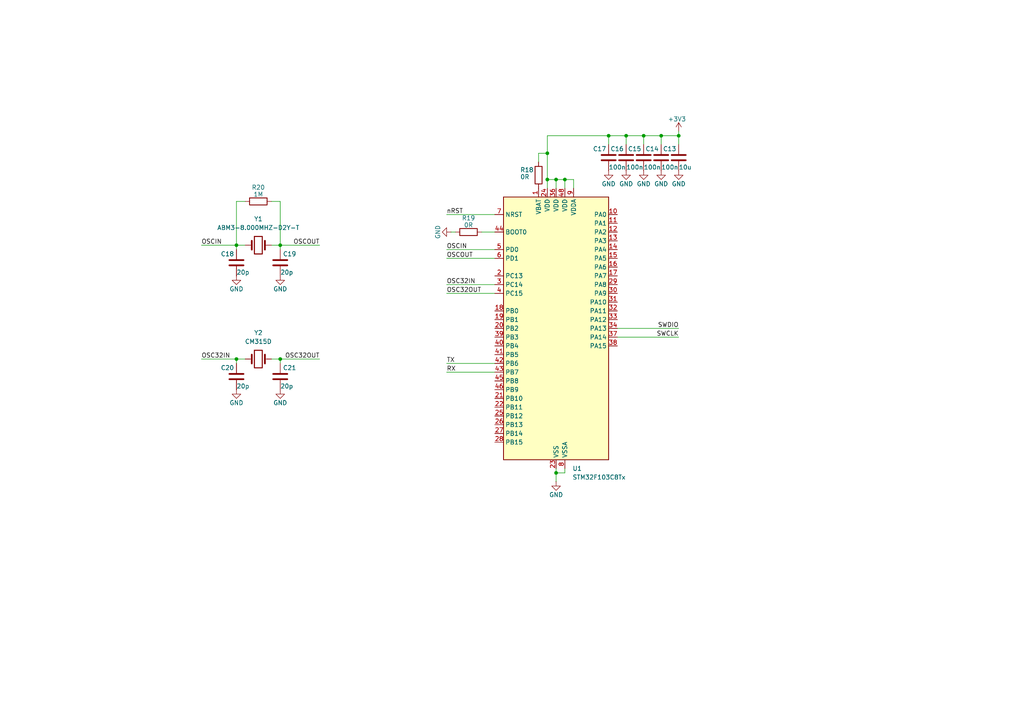
<source format=kicad_sch>
(kicad_sch (version 20231120) (generator "eeschema") (generator_version "8.0")
  (paper "A4")
  (lib_symbols
    (symbol "Device:C" (pin_numbers hide) (pin_names (offset 0.254))
      (property "Reference" "C" (at 0.635 2.54 0))
      (property "Value" "C" (at 0.635 -2.54 0))
      (symbol "C_0_1"
        (polyline (pts (xy -2.032 -0.762) (xy 2.032 -0.762)) (stroke (width 0.508)))
        (polyline (pts (xy -2.032 0.762) (xy 2.032 0.762)) (stroke (width 0.508)))
      )
      (symbol "C_1_1"
        (pin passive line (at 0 3.81 270) (length 2.794) (name "~") (number "1"))
        (pin passive line (at 0 -3.81 90) (length 2.794) (name "~") (number "2"))
      )
    )
    (symbol "Device:Crystal" (pin_numbers hide) (pin_names (offset 1.016) hide)
      (property "Reference" "Y" (at 0 3.81 0))
      (property "Value" "Crystal" (at 0 -3.81 0))
      (symbol "Crystal_0_1"
        (rectangle (start -1.143 2.54) (end 1.143 -2.54) (stroke (width 0.3048)))
        (polyline (pts (xy -2.54 0) (xy -1.905 0)))
        (polyline (pts (xy -1.905 -1.27) (xy -1.905 1.27)) (stroke (width 0.508)))
        (polyline (pts (xy 1.905 -1.27) (xy 1.905 1.27)) (stroke (width 0.508)))
        (polyline (pts (xy 2.54 0) (xy 1.905 0)))
      )
      (symbol "Crystal_1_1"
        (pin passive line (at -3.81 0 0) (length 1.27) (name "1") (number "1"))
        (pin passive line (at 3.81 0 180) (length 1.27) (name "2") (number "2"))
      )
    )
    (symbol "Device:R" (pin_numbers hide) (pin_names (offset 0))
      (property "Reference" "R" (at 2.032 0 90))
      (property "Value" "R" (at 0 0 90))
      (symbol "R_0_1"
        (rectangle (start -1.016 -2.54) (end 1.016 2.54) (stroke (width 0.254)))
      )
      (symbol "R_1_1"
        (pin passive line (at 0 3.81 270) (length 1.27) (name "~") (number "1"))
        (pin passive line (at 0 -3.81 90) (length 1.27) (name "~") (number "2"))
      )
    )
    (symbol "MCU_ST_STM32F1:STM32F103C8Tx"
      (property "Reference" "U" (at -15.24 39.37 0))
      (property "Value" "STM32F103C8Tx" (at 7.62 39.37 0))
      (symbol "STM32F103C8Tx_0_1"
        (rectangle (start -15.24 -38.1) (end 15.24 38.1) (stroke (width 0.254)) (fill (type background)))
      )
      (symbol "STM32F103C8Tx_1_1"
        (pin power_in line (at -5.08 40.64 270) (length 2.54) (name "VBAT") (number "1"))
        (pin bidirectional line (at 17.78 33.02 180) (length 2.54) (name "PA0") (number "10"))
        (pin bidirectional line (at 17.78 30.48 180) (length 2.54) (name "PA1") (number "11"))
        (pin bidirectional line (at 17.78 27.94 180) (length 2.54) (name "PA2") (number "12"))
        (pin bidirectional line (at 17.78 25.4 180) (length 2.54) (name "PA3") (number "13"))
        (pin bidirectional line (at 17.78 22.86 180) (length 2.54) (name "PA4") (number "14"))
        (pin bidirectional line (at 17.78 20.32 180) (length 2.54) (name "PA5") (number "15"))
        (pin bidirectional line (at 17.78 17.78 180) (length 2.54) (name "PA6") (number "16"))
        (pin bidirectional line (at 17.78 15.24 180) (length 2.54) (name "PA7") (number "17"))
        (pin bidirectional line (at -17.78 5.08 0) (length 2.54) (name "PB0") (number "18"))
        (pin bidirectional line (at -17.78 2.54 0) (length 2.54) (name "PB1") (number "19"))
        (pin bidirectional line (at -17.78 15.24 0) (length 2.54) (name "PC13") (number "2"))
        (pin bidirectional line (at -17.78 0 0) (length 2.54) (name "PB2") (number "20"))
        (pin bidirectional line (at -17.78 -20.32 0) (length 2.54) (name "PB10") (number "21"))
        (pin bidirectional line (at -17.78 -22.86 0) (length 2.54) (name "PB11") (number "22"))
        (pin power_in line (at 0 -40.64 90) (length 2.54) (name "VSS") (number "23"))
        (pin power_in line (at -2.54 40.64 270) (length 2.54) (name "VDD") (number "24"))
        (pin bidirectional line (at -17.78 -25.4 0) (length 2.54) (name "PB12") (number "25"))
        (pin bidirectional line (at -17.78 -27.94 0) (length 2.54) (name "PB13") (number "26"))
        (pin bidirectional line (at -17.78 -30.48 0) (length 2.54) (name "PB14") (number "27"))
        (pin bidirectional line (at -17.78 -33.02 0) (length 2.54) (name "PB15") (number "28"))
        (pin bidirectional line (at 17.78 12.7 180) (length 2.54) (name "PA8") (number "29"))
        (pin bidirectional line (at -17.78 12.7 0) (length 2.54) (name "PC14") (number "3"))
        (pin bidirectional line (at 17.78 10.16 180) (length 2.54) (name "PA9") (number "30"))
        (pin bidirectional line (at 17.78 7.62 180) (length 2.54) (name "PA10") (number "31"))
        (pin bidirectional line (at 17.78 5.08 180) (length 2.54) (name "PA11") (number "32"))
        (pin bidirectional line (at 17.78 2.54 180) (length 2.54) (name "PA12") (number "33"))
        (pin bidirectional line (at 17.78 0 180) (length 2.54) (name "PA13") (number "34"))
        (pin passive line (at 0 -40.64 90) (length 2.54) hide (name "VSS") (number "35"))
        (pin power_in line (at 0 40.64 270) (length 2.54) (name "VDD") (number "36"))
        (pin bidirectional line (at 17.78 -2.54 180) (length 2.54) (name "PA14") (number "37"))
        (pin bidirectional line (at 17.78 -5.08 180) (length 2.54) (name "PA15") (number "38"))
        (pin bidirectional line (at -17.78 -2.54 0) (length 2.54) (name "PB3") (number "39"))
        (pin bidirectional line (at -17.78 10.16 0) (length 2.54) (name "PC15") (number "4"))
        (pin bidirectional line (at -17.78 -5.08 0) (length 2.54) (name "PB4") (number "40"))
        (pin bidirectional line (at -17.78 -7.62 0) (length 2.54) (name "PB5") (number "41"))
        (pin bidirectional line (at -17.78 -10.16 0) (length 2.54) (name "PB6") (number "42"))
        (pin bidirectional line (at -17.78 -12.7 0) (length 2.54) (name "PB7") (number "43"))
        (pin input line (at -17.78 27.94 0) (length 2.54) (name "BOOT0") (number "44"))
        (pin bidirectional line (at -17.78 -15.24 0) (length 2.54) (name "PB8") (number "45"))
        (pin bidirectional line (at -17.78 -17.78 0) (length 2.54) (name "PB9") (number "46"))
        (pin passive line (at 0 -40.64 90) (length 2.54) hide (name "VSS") (number "47"))
        (pin power_in line (at 2.54 40.64 270) (length 2.54) (name "VDD") (number "48"))
        (pin bidirectional line (at -17.78 22.86 0) (length 2.54) (name "PD0") (number "5"))
        (pin bidirectional line (at -17.78 20.32 0) (length 2.54) (name "PD1") (number "6"))
        (pin input line (at -17.78 33.02 0) (length 2.54) (name "NRST") (number "7"))
        (pin power_in line (at 2.54 -40.64 90) (length 2.54) (name "VSSA") (number "8"))
        (pin power_in line (at 5.08 40.64 270) (length 2.54) (name "VDDA") (number "9"))
      )
    )
    (symbol "power:+3V3" (power) (pin_numbers hide) (pin_names (offset 0) hide)
      (property "Value" "+3V3" (at 0 3.556 0))
      (symbol "+3V3_0_1"
        (polyline (pts (xy -0.762 1.27) (xy 0 2.54)))
        (polyline (pts (xy 0 0) (xy 0 2.54)))
        (polyline (pts (xy 0 2.54) (xy 0.762 1.27)))
      )
      (symbol "+3V3_1_1"
        (pin power_in line (at 0 0 90) (length 0) (name "~") (number "1"))
      )
    )
    (symbol "power:GND" (power) (pin_numbers hide) (pin_names (offset 0) hide)
      (property "Value" "GND" (at 0 -3.81 0))
      (symbol "GND_0_1"
        (polyline (pts (xy 0 0) (xy 0 -1.27) (xy 1.27 -1.27) (xy 0 -2.54) (xy -1.27 -1.27) (xy 0 -1.27)))
      )
      (symbol "GND_1_1"
        (pin power_in line (at 0 0 270) (length 0) (name "~") (number "1"))
      )
    )
  )
  (junction (at 158.75 44.45))
  (junction (at 68.58 104.14))
  (junction (at 68.58 71.12))
  (junction (at 81.28 104.14))
  (junction (at 196.85 39.37))
  (junction (at 181.61 39.37))
  (junction (at 163.83 52.07))
  (junction (at 158.75 52.07))
  (junction (at 176.53 39.37))
  (junction (at 186.69 39.37))
  (junction (at 161.29 137.16))
  (junction (at 161.29 52.07))
  (junction (at 81.28 71.12))
  (junction (at 191.77 39.37))
  (wire (pts (xy 196.85 39.37) (xy 196.85 38.1)))
  (wire (pts (xy 68.58 58.42) (xy 68.58 71.12)))
  (wire (pts (xy 81.28 58.42) (xy 81.28 71.12)))
  (wire (pts (xy 186.69 39.37) (xy 186.69 41.91)))
  (wire (pts (xy 186.69 39.37) (xy 191.77 39.37)))
  (wire (pts (xy 179.07 97.79) (xy 196.85 97.79)))
  (wire (pts (xy 163.83 135.89) (xy 163.83 137.16)))
  (wire (pts (xy 161.29 137.16) (xy 161.29 135.89)))
  (wire (pts (xy 161.29 52.07) (xy 158.75 52.07)))
  (wire (pts (xy 181.61 39.37) (xy 186.69 39.37)))
  (wire (pts (xy 129.54 74.93) (xy 143.51 74.93)))
  (wire (pts (xy 161.29 137.16) (xy 161.29 139.7)))
  (wire (pts (xy 196.85 39.37) (xy 196.85 41.91)))
  (wire (pts (xy 81.28 71.12) (xy 92.71 71.12)))
  (wire (pts (xy 129.54 82.55) (xy 143.51 82.55)))
  (wire (pts (xy 143.51 105.41) (xy 129.54 105.41)))
  (wire (pts (xy 129.54 62.23) (xy 143.51 62.23)))
  (wire (pts (xy 81.28 104.14) (xy 81.28 105.41)))
  (wire (pts (xy 163.83 52.07) (xy 161.29 52.07)))
  (wire (pts (xy 129.54 72.39) (xy 143.51 72.39)))
  (wire (pts (xy 181.61 39.37) (xy 181.61 41.91)))
  (wire (pts (xy 68.58 104.14) (xy 68.58 105.41)))
  (wire (pts (xy 68.58 71.12) (xy 68.58 72.39)))
  (wire (pts (xy 179.07 95.25) (xy 196.85 95.25)))
  (wire (pts (xy 191.77 39.37) (xy 191.77 41.91)))
  (wire (pts (xy 81.28 71.12) (xy 81.28 72.39)))
  (wire (pts (xy 68.58 104.14) (xy 71.12 104.14)))
  (wire (pts (xy 158.75 44.45) (xy 158.75 39.37)))
  (wire (pts (xy 158.75 39.37) (xy 176.53 39.37)))
  (wire (pts (xy 68.58 71.12) (xy 71.12 71.12)))
  (wire (pts (xy 176.53 39.37) (xy 181.61 39.37)))
  (wire (pts (xy 191.77 39.37) (xy 196.85 39.37)))
  (wire (pts (xy 58.42 104.14) (xy 68.58 104.14)))
  (wire (pts (xy 78.74 58.42) (xy 81.28 58.42)))
  (wire (pts (xy 163.83 137.16) (xy 161.29 137.16)))
  (wire (pts (xy 166.37 52.07) (xy 163.83 52.07)))
  (wire (pts (xy 166.37 54.61) (xy 166.37 52.07)))
  (wire (pts (xy 156.21 44.45) (xy 158.75 44.45)))
  (wire (pts (xy 163.83 54.61) (xy 163.83 52.07)))
  (wire (pts (xy 143.51 107.95) (xy 129.54 107.95)))
  (wire (pts (xy 158.75 52.07) (xy 158.75 44.45)))
  (wire (pts (xy 139.7 67.31) (xy 143.51 67.31)))
  (wire (pts (xy 81.28 71.12) (xy 78.74 71.12)))
  (wire (pts (xy 130.81 67.31) (xy 132.08 67.31)))
  (wire (pts (xy 156.21 46.99) (xy 156.21 44.45)))
  (wire (pts (xy 158.75 54.61) (xy 158.75 52.07)))
  (wire (pts (xy 161.29 54.61) (xy 161.29 52.07)))
  (wire (pts (xy 81.28 104.14) (xy 92.71 104.14)))
  (wire (pts (xy 58.42 71.12) (xy 68.58 71.12)))
  (wire (pts (xy 71.12 58.42) (xy 68.58 58.42)))
  (wire (pts (xy 81.28 104.14) (xy 78.74 104.14)))
  (wire (pts (xy 129.54 85.09) (xy 143.51 85.09)))
  (wire (pts (xy 176.53 39.37) (xy 176.53 41.91)))
  (label "SWCLK" (at 196.85 97.79 180))
  (label "OSC32OUT" (at 92.71 104.14 180))
  (label "OSC32IN" (at 129.54 82.55 0))
  (label "OSCIN" (at 58.42 71.12 0))
  (label "OSC32IN" (at 58.42 104.14 0))
  (label "OSCOUT" (at 129.54 74.93 0))
  (label "nRST" (at 129.54 62.23 0))
  (label "OSCIN" (at 129.54 72.39 0))
  (label "RX" (at 129.54 107.95 0))
  (label "OSC32OUT" (at 129.54 85.09 0))
  (label "TX" (at 129.54 105.41 0))
  (label "OSCOUT" (at 92.71 71.12 180))
  (label "SWDIO" (at 196.85 95.25 180))
  (symbol (lib_id "Device:C") (at 191.77 45.72 0) (unit 1)
    (property "Reference" "C14" (at 187.198 43.18 0) (effects (justify left)))
    (property "Value" "100n" (at 191.77 48.514 0) (effects (justify left)))
    (property "Description" "Unpolarized capacitor" (effects (hide yes)))
  )
  (symbol (lib_id "Device:C") (at 181.61 45.72 0) (unit 1)
    (property "Reference" "C16" (at 177.038 43.18 0) (effects (justify left)))
    (property "Value" "100n" (at 181.61 48.514 0) (effects (justify left)))
    (property "Description" "Unpolarized capacitor" (effects (hide yes)))
  )
  (symbol (lib_id "power:GND") (at 176.53 49.53 0) (unit 1)
    (property "Reference" "#PWR030" (effects (hide yes)))
    (property "Value" "GND" (at 176.53 53.34 0))
    (property "Description" "Power symbol creates a global label with name \"GND\" , ground" (effects (hide yes)))
  )
  (symbol (lib_id "Device:R") (at 135.89 67.31 90) (unit 1)
    (property "Reference" "R19" (at 135.89 63.246 90))
    (property "Value" "0R" (at 135.89 65.278 90))
    (property "Description" "Resistor" (effects (hide yes)))
  )
  (symbol (lib_id "power:GND") (at 68.58 80.01 0) (unit 1)
    (property "Reference" "#PWR039" (effects (hide yes)))
    (property "Value" "GND" (at 68.58 83.82 0))
    (property "Description" "Power symbol creates a global label with name \"GND\" , ground" (effects (hide yes)))
  )
  (symbol (lib_id "power:GND") (at 196.85 49.53 0) (unit 1)
    (property "Reference" "#PWR034" (effects (hide yes)))
    (property "Value" "GND" (at 196.85 53.34 0))
    (property "Description" "Power symbol creates a global label with name \"GND\" , ground" (effects (hide yes)))
  )
  (symbol (lib_id "power:+3V3") (at 196.85 38.1 0) (unit 1)
    (property "Reference" "#PWR035" (effects (hide yes)))
    (property "Value" "+3V3" (at 196.342 34.544 0))
    (property "Description" "Power symbol creates a global label with name \"+3V3\"" (effects (hide yes)))
  )
  (symbol (lib_id "Device:Crystal") (at 74.93 71.12 0) (unit 1)
    (property "Reference" "Y1" (at 74.93 63.5 0))
    (property "Value" "ABM3-8.000MHZ-D2Y-T" (at 74.93 66.04 0))
    (property "Footprint" "Crystal:Crystal_SMD_Abracon_ABM3-2Pin_5.0x3.2mm" (effects (hide yes)))
    (property "Datasheet" "https://www.lcsc.com/datasheet/lcsc_datasheet_2304140030_Abracon-LLC-ABM3-8-000MHZ-D2Y-T_C144380.pdf" (effects (hide yes)))
    (property "Description" "8MHz Surface Mount Crystal 18pF ±20ppm ±30ppm SMD5032 Crystals ROHS" (effects (hide yes)))
  )
  (symbol (lib_id "power:GND") (at 181.61 49.53 0) (unit 1)
    (property "Reference" "#PWR031" (effects (hide yes)))
    (property "Value" "GND" (at 181.61 53.34 0))
    (property "Description" "Power symbol creates a global label with name \"GND\" , ground" (effects (hide yes)))
  )
  (symbol (lib_id "power:GND") (at 186.69 49.53 0) (unit 1)
    (property "Reference" "#PWR032" (effects (hide yes)))
    (property "Value" "GND" (at 186.69 53.34 0))
    (property "Description" "Power symbol creates a global label with name \"GND\" , ground" (effects (hide yes)))
  )
  (symbol (lib_id "Device:C") (at 81.28 109.22 0) (unit 1)
    (property "Reference" "C21" (at 82.042 106.68 0) (effects (justify left)))
    (property "Value" "20p" (at 81.28 112.014 0) (effects (justify left)))
    (property "Description" "Unpolarized capacitor" (effects (hide yes)))
  )
  (symbol (lib_id "MCU_ST_STM32F1:STM32F103C8Tx") (at 161.29 95.25 0) (unit 1)
    (property "Reference" "U1" (at 166.0241 135.89 0) (effects (justify left)))
    (property "Value" "STM32F103C8Tx" (at 166.0241 138.43 0) (effects (justify left)))
    (property "Footprint" "Package_QFP:LQFP-48_7x7mm_P0.5mm" (effects (hide yes)))
    (property "Datasheet" "https://www.st.com/resource/en/datasheet/stm32f103c8.pdf" (effects (hide yes)))
    (property "Description" "STMicroelectronics Arm Cortex-M3 MCU, 64KB flash, 20KB RAM, 72 MHz, 2.0-3.6V, 37 GPIO, LQFP48" (effects (hide yes)))
  )
  (symbol (lib_id "power:GND") (at 81.28 80.01 0) (unit 1)
    (property "Reference" "#PWR038" (effects (hide yes)))
    (property "Value" "GND" (at 81.28 83.82 0))
    (property "Description" "Power symbol creates a global label with name \"GND\" , ground" (effects (hide yes)))
  )
  (symbol (lib_id "Device:C") (at 81.28 76.2 0) (unit 1)
    (property "Reference" "C19" (at 82.042 73.66 0) (effects (justify left)))
    (property "Value" "20p" (at 81.28 78.994 0) (effects (justify left)))
    (property "Description" "Unpolarized capacitor" (effects (hide yes)))
  )
  (symbol (lib_id "Device:C") (at 176.53 45.72 0) (unit 1)
    (property "Reference" "C17" (at 171.958 43.18 0) (effects (justify left)))
    (property "Value" "100n" (at 176.53 48.514 0) (effects (justify left)))
    (property "Description" "Unpolarized capacitor" (effects (hide yes)))
  )
  (symbol (lib_id "Device:R") (at 156.21 50.8 0) (unit 1)
    (property "Reference" "R18" (at 150.876 49.276 0) (effects (justify left)))
    (property "Value" "0R" (at 150.876 51.308 0) (effects (justify left)))
    (property "Description" "Resistor" (effects (hide yes)))
  )
  (symbol (lib_id "power:GND") (at 161.29 139.7 0) (unit 1)
    (property "Reference" "#PWR036" (effects (hide yes)))
    (property "Value" "GND" (at 161.29 143.51 0))
    (property "Description" "Power symbol creates a global label with name \"GND\" , ground" (effects (hide yes)))
  )
  (symbol (lib_id "Device:R") (at 74.93 58.42 90) (unit 1)
    (property "Reference" "R20" (at 74.93 54.356 90))
    (property "Value" "1M" (at 74.93 56.388 90))
    (property "Description" "Resistor" (effects (hide yes)))
  )
  (symbol (lib_id "Device:C") (at 68.58 109.22 0) (unit 1)
    (property "Reference" "C20" (at 64.008 106.68 0) (effects (justify left)))
    (property "Value" "20p" (at 68.58 112.014 0) (effects (justify left)))
    (property "Description" "Unpolarized capacitor" (effects (hide yes)))
  )
  (symbol (lib_id "Device:C") (at 186.69 45.72 0) (unit 1)
    (property "Reference" "C15" (at 182.118 43.18 0) (effects (justify left)))
    (property "Value" "100n" (at 186.69 48.514 0) (effects (justify left)))
    (property "Description" "Unpolarized capacitor" (effects (hide yes)))
  )
  (symbol (lib_id "power:GND") (at 130.81 67.31 270) (unit 1)
    (property "Reference" "#PWR037" (effects (hide yes)))
    (property "Value" "GND" (at 127 67.31 0))
    (property "Description" "Power symbol creates a global label with name \"GND\" , ground" (effects (hide yes)))
  )
  (symbol (lib_id "Device:C") (at 68.58 76.2 0) (unit 1)
    (property "Reference" "C18" (at 64.008 73.66 0) (effects (justify left)))
    (property "Value" "20p" (at 68.58 78.994 0) (effects (justify left)))
    (property "Description" "Unpolarized capacitor" (effects (hide yes)))
  )
  (symbol (lib_id "power:GND") (at 191.77 49.53 0) (unit 1)
    (property "Reference" "#PWR033" (effects (hide yes)))
    (property "Value" "GND" (at 191.77 53.34 0))
    (property "Description" "Power symbol creates a global label with name \"GND\" , ground" (effects (hide yes)))
  )
  (symbol (lib_id "Device:C") (at 196.85 45.72 0) (unit 1)
    (property "Reference" "C13" (at 192.278 43.18 0) (effects (justify left)))
    (property "Value" "10u" (at 196.85 48.514 0) (effects (justify left)))
    (property "Description" "Unpolarized capacitor" (effects (hide yes)))
  )
  (symbol (lib_id "power:GND") (at 68.58 113.03 0) (unit 1)
    (property "Reference" "#PWR040" (effects (hide yes)))
    (property "Value" "GND" (at 68.58 116.84 0))
    (property "Description" "Power symbol creates a global label with name \"GND\" , ground" (effects (hide yes)))
  )
  (symbol (lib_id "power:GND") (at 81.28 113.03 0) (unit 1)
    (property "Reference" "#PWR041" (effects (hide yes)))
    (property "Value" "GND" (at 81.28 116.84 0))
    (property "Description" "Power symbol creates a global label with name \"GND\" , ground" (effects (hide yes)))
  )
  (symbol (lib_id "Device:Crystal") (at 74.93 104.14 0) (unit 1)
    (property "Reference" "Y2" (at 74.93 96.52 0))
    (property "Value" "CM315D" (at 74.93 99.06 0))
    (property "Footprint" "Crystal:Crystal_SMD_3215-2Pin_3.2x1.5mm" (effects (hide yes)))
    (property "Datasheet" "https://www.lcsc.com/datasheet/lcsc_datasheet_1810161213_CITIZEN-CM315D32768DZFT_C182057.pdf" (effects (hide yes)))
    (property "Description" "32.768kHz 12.5pF ±20ppm SMD3215-2P Crystals ROHS" (effects (hide yes)))
  )
)
</source>
